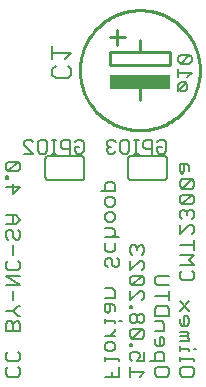
<source format=gbo>
G75*
%MOIN*%
%OFA0B0*%
%FSLAX25Y25*%
%IPPOS*%
%LPD*%
%AMOC8*
5,1,8,0,0,1.08239X$1,22.5*
%
%ADD10C,0.00800*%
%ADD11C,0.00600*%
%ADD12C,0.00500*%
%ADD13C,0.01000*%
%ADD14C,0.00984*%
%ADD15C,0.00700*%
%ADD16R,0.20000X0.05000*%
D10*
X0007973Y0012187D02*
X0007187Y0012973D01*
X0007187Y0014545D01*
X0007973Y0015331D01*
X0007973Y0017263D02*
X0007187Y0018049D01*
X0007187Y0019621D01*
X0007973Y0020406D01*
X0007973Y0017263D02*
X0011117Y0017263D01*
X0011903Y0018049D01*
X0011903Y0019621D01*
X0011117Y0020406D01*
X0011117Y0015331D02*
X0011903Y0014545D01*
X0011903Y0012973D01*
X0011117Y0012187D01*
X0007973Y0012187D01*
X0007187Y0027413D02*
X0007187Y0029771D01*
X0007973Y0030557D01*
X0008759Y0030557D01*
X0009545Y0029771D01*
X0009545Y0027413D01*
X0009545Y0029771D02*
X0010331Y0030557D01*
X0011117Y0030557D01*
X0011903Y0029771D01*
X0011903Y0027413D01*
X0007187Y0027413D01*
X0011117Y0032488D02*
X0009545Y0034060D01*
X0007187Y0034060D01*
X0009545Y0034060D02*
X0011117Y0035632D01*
X0011903Y0035632D01*
X0011903Y0032488D02*
X0011117Y0032488D01*
X0009545Y0037563D02*
X0009545Y0040707D01*
X0007187Y0042639D02*
X0011903Y0042639D01*
X0007187Y0045782D01*
X0011903Y0045782D01*
X0011117Y0047714D02*
X0007973Y0047714D01*
X0007187Y0048500D01*
X0007187Y0050072D01*
X0007973Y0050858D01*
X0009545Y0052789D02*
X0009545Y0055933D01*
X0010331Y0057864D02*
X0009545Y0058650D01*
X0009545Y0060222D01*
X0008759Y0061008D01*
X0007973Y0061008D01*
X0007187Y0060222D01*
X0007187Y0058650D01*
X0007973Y0057864D01*
X0010331Y0057864D02*
X0011117Y0057864D01*
X0011903Y0058650D01*
X0011903Y0060222D01*
X0011117Y0061008D01*
X0010331Y0062939D02*
X0011903Y0064511D01*
X0010331Y0066083D01*
X0007187Y0066083D01*
X0007187Y0062939D02*
X0010331Y0062939D01*
X0009545Y0062939D02*
X0009545Y0066083D01*
X0009545Y0073090D02*
X0009545Y0076234D01*
X0011903Y0075448D02*
X0009545Y0073090D01*
X0007187Y0075448D02*
X0011903Y0075448D01*
X0011117Y0080703D02*
X0011903Y0081489D01*
X0011903Y0083060D01*
X0011117Y0083846D01*
X0007973Y0080703D01*
X0007187Y0081489D01*
X0007187Y0083060D01*
X0007973Y0083846D01*
X0011117Y0083846D01*
X0011117Y0080703D02*
X0007973Y0080703D01*
X0007973Y0078951D02*
X0007187Y0078951D01*
X0007187Y0078165D01*
X0007973Y0078165D01*
X0007973Y0078951D01*
X0011117Y0050858D02*
X0011903Y0050072D01*
X0011903Y0048500D01*
X0011117Y0047714D01*
X0038686Y0073936D02*
X0043402Y0073936D01*
X0043402Y0076294D01*
X0042616Y0077080D01*
X0041044Y0077080D01*
X0040258Y0076294D01*
X0040258Y0073936D01*
X0041044Y0072004D02*
X0040258Y0071218D01*
X0040258Y0069646D01*
X0041044Y0068860D01*
X0042616Y0068860D01*
X0043402Y0069646D01*
X0043402Y0071218D01*
X0042616Y0072004D01*
X0041044Y0072004D01*
X0041044Y0066929D02*
X0040258Y0066143D01*
X0040258Y0064571D01*
X0041044Y0063785D01*
X0042616Y0063785D01*
X0043402Y0064571D01*
X0043402Y0066143D01*
X0042616Y0066929D01*
X0041044Y0066929D01*
X0040258Y0061854D02*
X0042616Y0061854D01*
X0043402Y0061068D01*
X0043402Y0059496D01*
X0042616Y0058710D01*
X0043402Y0056779D02*
X0043402Y0054421D01*
X0042616Y0053635D01*
X0041044Y0053635D01*
X0040258Y0054421D01*
X0040258Y0056779D01*
X0040258Y0058710D02*
X0044974Y0058710D01*
X0048526Y0055147D02*
X0048526Y0053575D01*
X0049312Y0052789D01*
X0048526Y0050858D02*
X0048526Y0047714D01*
X0051670Y0050858D01*
X0052456Y0050858D01*
X0053242Y0050072D01*
X0053242Y0048500D01*
X0052456Y0047714D01*
X0052456Y0045782D02*
X0049312Y0042639D01*
X0048526Y0043425D01*
X0048526Y0044996D01*
X0049312Y0045782D01*
X0052456Y0045782D01*
X0053242Y0044996D01*
X0053242Y0043425D01*
X0052456Y0042639D01*
X0049312Y0042639D01*
X0048526Y0040707D02*
X0048526Y0037563D01*
X0051670Y0040707D01*
X0052456Y0040707D01*
X0053242Y0039921D01*
X0053242Y0038349D01*
X0052456Y0037563D01*
X0052456Y0033094D02*
X0051670Y0033094D01*
X0050884Y0032309D01*
X0050884Y0030737D01*
X0051670Y0029951D01*
X0052456Y0029951D01*
X0053242Y0030737D01*
X0053242Y0032309D01*
X0052456Y0033094D01*
X0050884Y0032309D02*
X0050098Y0033094D01*
X0049312Y0033094D01*
X0048526Y0032309D01*
X0048526Y0030737D01*
X0049312Y0029951D01*
X0050098Y0029951D01*
X0050884Y0030737D01*
X0052456Y0028019D02*
X0049312Y0028019D01*
X0048526Y0027233D01*
X0048526Y0025661D01*
X0049312Y0024875D01*
X0052456Y0028019D01*
X0053242Y0027233D01*
X0053242Y0025661D01*
X0052456Y0024875D01*
X0049312Y0024875D01*
X0049312Y0023124D02*
X0048526Y0023124D01*
X0048526Y0022338D01*
X0049312Y0022338D01*
X0049312Y0023124D01*
X0049312Y0020406D02*
X0048526Y0019621D01*
X0048526Y0018049D01*
X0049312Y0017263D01*
X0048526Y0015331D02*
X0048526Y0012187D01*
X0048526Y0013759D02*
X0053242Y0013759D01*
X0051670Y0012187D01*
X0050884Y0017263D02*
X0051670Y0018835D01*
X0051670Y0019621D01*
X0050884Y0020406D01*
X0049312Y0020406D01*
X0050884Y0017263D02*
X0053242Y0017263D01*
X0053242Y0020406D01*
X0055222Y0017263D02*
X0059938Y0017263D01*
X0059938Y0019621D01*
X0059152Y0020406D01*
X0057580Y0020406D01*
X0056794Y0019621D01*
X0056794Y0017263D01*
X0057580Y0015331D02*
X0060724Y0015331D01*
X0061510Y0014545D01*
X0061510Y0012973D01*
X0060724Y0012187D01*
X0057580Y0012187D01*
X0056794Y0012973D01*
X0056794Y0014545D01*
X0057580Y0015331D01*
X0057580Y0022338D02*
X0056794Y0023124D01*
X0056794Y0024696D01*
X0057580Y0022338D02*
X0059152Y0022338D01*
X0059938Y0023124D01*
X0059938Y0024696D01*
X0059152Y0025482D01*
X0058366Y0025482D01*
X0058366Y0022338D01*
X0056794Y0027413D02*
X0059938Y0027413D01*
X0059938Y0029771D01*
X0059152Y0030557D01*
X0056794Y0030557D01*
X0056794Y0032488D02*
X0056794Y0034846D01*
X0057580Y0035632D01*
X0060724Y0035632D01*
X0061510Y0034846D01*
X0061510Y0032488D01*
X0056794Y0032488D01*
X0056794Y0039135D02*
X0061510Y0039135D01*
X0061510Y0037563D02*
X0061510Y0040707D01*
X0061510Y0042639D02*
X0057580Y0042639D01*
X0056794Y0043425D01*
X0056794Y0044996D01*
X0057580Y0045782D01*
X0061510Y0045782D01*
X0065061Y0045116D02*
X0065061Y0046688D01*
X0065847Y0047474D01*
X0065061Y0049406D02*
X0069777Y0049406D01*
X0068205Y0050977D01*
X0069777Y0052549D01*
X0065061Y0052549D01*
X0065061Y0056053D02*
X0069777Y0056053D01*
X0069777Y0054481D02*
X0069777Y0057625D01*
X0068991Y0059556D02*
X0069777Y0060342D01*
X0069777Y0061914D01*
X0068991Y0062700D01*
X0068205Y0062700D01*
X0065061Y0059556D01*
X0065061Y0062700D01*
X0065847Y0064631D02*
X0065061Y0065417D01*
X0065061Y0066989D01*
X0065847Y0067775D01*
X0066633Y0067775D01*
X0067419Y0066989D01*
X0067419Y0066203D01*
X0067419Y0066989D02*
X0068205Y0067775D01*
X0068991Y0067775D01*
X0069777Y0066989D01*
X0069777Y0065417D01*
X0068991Y0064631D01*
X0068991Y0069706D02*
X0069777Y0070492D01*
X0069777Y0072064D01*
X0068991Y0072850D01*
X0065847Y0069706D01*
X0065061Y0070492D01*
X0065061Y0072064D01*
X0065847Y0072850D01*
X0068991Y0072850D01*
X0068991Y0074781D02*
X0069777Y0075567D01*
X0069777Y0077139D01*
X0068991Y0077925D01*
X0065847Y0074781D01*
X0065061Y0075567D01*
X0065061Y0077139D01*
X0065847Y0077925D01*
X0068991Y0077925D01*
X0068205Y0080643D02*
X0068205Y0082215D01*
X0067419Y0083001D01*
X0065061Y0083001D01*
X0065061Y0080643D01*
X0065847Y0079857D01*
X0066633Y0080643D01*
X0066633Y0083001D01*
X0065847Y0074781D02*
X0068991Y0074781D01*
X0068991Y0069706D02*
X0065847Y0069706D01*
X0068991Y0047474D02*
X0069777Y0046688D01*
X0069777Y0045116D01*
X0068991Y0044330D01*
X0065847Y0044330D01*
X0065061Y0045116D01*
X0065061Y0037324D02*
X0068205Y0034180D01*
X0067419Y0032249D02*
X0066633Y0032249D01*
X0066633Y0029105D01*
X0065847Y0029105D02*
X0067419Y0029105D01*
X0068205Y0029891D01*
X0068205Y0031463D01*
X0067419Y0032249D01*
X0065061Y0029891D02*
X0065847Y0029105D01*
X0065061Y0029891D02*
X0065061Y0031463D01*
X0065061Y0034180D02*
X0068205Y0037324D01*
X0067419Y0027173D02*
X0065061Y0027173D01*
X0065061Y0025601D02*
X0067419Y0025601D01*
X0068205Y0026387D01*
X0067419Y0027173D01*
X0067419Y0025601D02*
X0068205Y0024815D01*
X0068205Y0024030D01*
X0065061Y0024030D01*
X0065061Y0022218D02*
X0065061Y0020646D01*
X0065061Y0021432D02*
X0068205Y0021432D01*
X0068205Y0020646D01*
X0069777Y0021432D02*
X0070563Y0021432D01*
X0069777Y0018049D02*
X0065061Y0018049D01*
X0065061Y0017263D02*
X0065061Y0018835D01*
X0065847Y0015331D02*
X0068991Y0015331D01*
X0069777Y0014545D01*
X0069777Y0012973D01*
X0068991Y0012187D01*
X0065847Y0012187D01*
X0065061Y0012973D01*
X0065061Y0014545D01*
X0065847Y0015331D01*
X0069777Y0017263D02*
X0069777Y0018049D01*
X0052456Y0052789D02*
X0053242Y0053575D01*
X0053242Y0055147D01*
X0052456Y0055933D01*
X0051670Y0055933D01*
X0050884Y0055147D01*
X0050098Y0055933D01*
X0049312Y0055933D01*
X0048526Y0055147D01*
X0050884Y0055147D02*
X0050884Y0054361D01*
X0044974Y0050918D02*
X0044974Y0049346D01*
X0044188Y0048560D01*
X0043402Y0048560D01*
X0042616Y0049346D01*
X0042616Y0050918D01*
X0041830Y0051704D01*
X0041044Y0051704D01*
X0040258Y0050918D01*
X0040258Y0049346D01*
X0041044Y0048560D01*
X0044188Y0051704D02*
X0044974Y0050918D01*
X0042616Y0041553D02*
X0040258Y0041553D01*
X0040258Y0038409D02*
X0043402Y0038409D01*
X0043402Y0040767D01*
X0042616Y0041553D01*
X0042616Y0036478D02*
X0040258Y0036478D01*
X0040258Y0034120D01*
X0041044Y0033334D01*
X0041830Y0034120D01*
X0041830Y0036478D01*
X0042616Y0036478D02*
X0043402Y0035692D01*
X0043402Y0034120D01*
X0043402Y0030737D02*
X0040258Y0030737D01*
X0040258Y0029951D02*
X0040258Y0031523D01*
X0043402Y0027293D02*
X0041830Y0025721D01*
X0041044Y0023790D02*
X0042616Y0023790D01*
X0043402Y0023004D01*
X0043402Y0021432D01*
X0042616Y0020646D01*
X0041044Y0020646D01*
X0040258Y0021432D01*
X0040258Y0023004D01*
X0041044Y0023790D01*
X0040258Y0025721D02*
X0043402Y0025721D01*
X0043402Y0027293D02*
X0043402Y0028079D01*
X0043402Y0029951D02*
X0043402Y0030737D01*
X0044974Y0030737D02*
X0045760Y0030737D01*
X0048526Y0035026D02*
X0048526Y0035812D01*
X0049312Y0035812D01*
X0049312Y0035026D01*
X0048526Y0035026D01*
X0044974Y0018049D02*
X0040258Y0018049D01*
X0040258Y0017263D02*
X0040258Y0018835D01*
X0042616Y0013759D02*
X0042616Y0012187D01*
X0040258Y0012187D02*
X0044974Y0012187D01*
X0044974Y0015331D01*
X0044974Y0017263D02*
X0044974Y0018049D01*
D11*
X0048787Y0077787D02*
X0059787Y0077787D01*
X0059847Y0077789D01*
X0059908Y0077794D01*
X0059967Y0077803D01*
X0060026Y0077816D01*
X0060085Y0077832D01*
X0060142Y0077852D01*
X0060197Y0077875D01*
X0060252Y0077902D01*
X0060304Y0077931D01*
X0060355Y0077964D01*
X0060404Y0078000D01*
X0060450Y0078038D01*
X0060494Y0078080D01*
X0060536Y0078124D01*
X0060574Y0078170D01*
X0060610Y0078219D01*
X0060643Y0078270D01*
X0060672Y0078322D01*
X0060699Y0078377D01*
X0060722Y0078432D01*
X0060742Y0078489D01*
X0060758Y0078548D01*
X0060771Y0078607D01*
X0060780Y0078666D01*
X0060785Y0078727D01*
X0060787Y0078787D01*
X0060787Y0084787D01*
X0060785Y0084847D01*
X0060780Y0084908D01*
X0060771Y0084967D01*
X0060758Y0085026D01*
X0060742Y0085085D01*
X0060722Y0085142D01*
X0060699Y0085197D01*
X0060672Y0085252D01*
X0060643Y0085304D01*
X0060610Y0085355D01*
X0060574Y0085404D01*
X0060536Y0085450D01*
X0060494Y0085494D01*
X0060450Y0085536D01*
X0060404Y0085574D01*
X0060355Y0085610D01*
X0060304Y0085643D01*
X0060252Y0085672D01*
X0060197Y0085699D01*
X0060142Y0085722D01*
X0060085Y0085742D01*
X0060026Y0085758D01*
X0059967Y0085771D01*
X0059908Y0085780D01*
X0059847Y0085785D01*
X0059787Y0085787D01*
X0048787Y0085787D01*
X0048727Y0085785D01*
X0048666Y0085780D01*
X0048607Y0085771D01*
X0048548Y0085758D01*
X0048489Y0085742D01*
X0048432Y0085722D01*
X0048377Y0085699D01*
X0048322Y0085672D01*
X0048270Y0085643D01*
X0048219Y0085610D01*
X0048170Y0085574D01*
X0048124Y0085536D01*
X0048080Y0085494D01*
X0048038Y0085450D01*
X0048000Y0085404D01*
X0047964Y0085355D01*
X0047931Y0085304D01*
X0047902Y0085252D01*
X0047875Y0085197D01*
X0047852Y0085142D01*
X0047832Y0085085D01*
X0047816Y0085026D01*
X0047803Y0084967D01*
X0047794Y0084908D01*
X0047789Y0084847D01*
X0047787Y0084787D01*
X0047787Y0078787D01*
X0047789Y0078727D01*
X0047794Y0078666D01*
X0047803Y0078607D01*
X0047816Y0078548D01*
X0047832Y0078489D01*
X0047852Y0078432D01*
X0047875Y0078377D01*
X0047902Y0078322D01*
X0047931Y0078270D01*
X0047964Y0078219D01*
X0048000Y0078170D01*
X0048038Y0078124D01*
X0048080Y0078080D01*
X0048124Y0078038D01*
X0048170Y0078000D01*
X0048219Y0077964D01*
X0048270Y0077931D01*
X0048322Y0077902D01*
X0048377Y0077875D01*
X0048432Y0077852D01*
X0048489Y0077832D01*
X0048548Y0077816D01*
X0048607Y0077803D01*
X0048666Y0077794D01*
X0048727Y0077789D01*
X0048787Y0077787D01*
X0033287Y0078787D02*
X0033287Y0084787D01*
X0033285Y0084847D01*
X0033280Y0084908D01*
X0033271Y0084967D01*
X0033258Y0085026D01*
X0033242Y0085085D01*
X0033222Y0085142D01*
X0033199Y0085197D01*
X0033172Y0085252D01*
X0033143Y0085304D01*
X0033110Y0085355D01*
X0033074Y0085404D01*
X0033036Y0085450D01*
X0032994Y0085494D01*
X0032950Y0085536D01*
X0032904Y0085574D01*
X0032855Y0085610D01*
X0032804Y0085643D01*
X0032752Y0085672D01*
X0032697Y0085699D01*
X0032642Y0085722D01*
X0032585Y0085742D01*
X0032526Y0085758D01*
X0032467Y0085771D01*
X0032408Y0085780D01*
X0032347Y0085785D01*
X0032287Y0085787D01*
X0021287Y0085787D01*
X0021227Y0085785D01*
X0021166Y0085780D01*
X0021107Y0085771D01*
X0021048Y0085758D01*
X0020989Y0085742D01*
X0020932Y0085722D01*
X0020877Y0085699D01*
X0020822Y0085672D01*
X0020770Y0085643D01*
X0020719Y0085610D01*
X0020670Y0085574D01*
X0020624Y0085536D01*
X0020580Y0085494D01*
X0020538Y0085450D01*
X0020500Y0085404D01*
X0020464Y0085355D01*
X0020431Y0085304D01*
X0020402Y0085252D01*
X0020375Y0085197D01*
X0020352Y0085142D01*
X0020332Y0085085D01*
X0020316Y0085026D01*
X0020303Y0084967D01*
X0020294Y0084908D01*
X0020289Y0084847D01*
X0020287Y0084787D01*
X0020287Y0078787D01*
X0020289Y0078727D01*
X0020294Y0078666D01*
X0020303Y0078607D01*
X0020316Y0078548D01*
X0020332Y0078489D01*
X0020352Y0078432D01*
X0020375Y0078377D01*
X0020402Y0078322D01*
X0020431Y0078270D01*
X0020464Y0078219D01*
X0020500Y0078170D01*
X0020538Y0078124D01*
X0020580Y0078080D01*
X0020624Y0078038D01*
X0020670Y0078000D01*
X0020719Y0077964D01*
X0020770Y0077931D01*
X0020822Y0077902D01*
X0020877Y0077875D01*
X0020932Y0077852D01*
X0020989Y0077832D01*
X0021048Y0077816D01*
X0021107Y0077803D01*
X0021166Y0077794D01*
X0021227Y0077789D01*
X0021287Y0077787D01*
X0032287Y0077787D01*
X0032347Y0077789D01*
X0032408Y0077794D01*
X0032467Y0077803D01*
X0032526Y0077816D01*
X0032585Y0077832D01*
X0032642Y0077852D01*
X0032697Y0077875D01*
X0032752Y0077902D01*
X0032804Y0077931D01*
X0032855Y0077964D01*
X0032904Y0078000D01*
X0032950Y0078038D01*
X0032994Y0078080D01*
X0033036Y0078124D01*
X0033074Y0078170D01*
X0033110Y0078219D01*
X0033143Y0078270D01*
X0033172Y0078322D01*
X0033199Y0078377D01*
X0033222Y0078432D01*
X0033242Y0078489D01*
X0033258Y0078548D01*
X0033271Y0078607D01*
X0033280Y0078666D01*
X0033285Y0078727D01*
X0033287Y0078787D01*
X0064587Y0107276D02*
X0067523Y0110211D01*
X0066789Y0110211D02*
X0067523Y0109477D01*
X0067523Y0108010D01*
X0066789Y0107276D01*
X0065321Y0107276D01*
X0064587Y0108010D01*
X0064587Y0109477D01*
X0065321Y0110211D01*
X0066789Y0110211D01*
X0067523Y0111880D02*
X0068991Y0113347D01*
X0064587Y0113347D01*
X0064587Y0111880D02*
X0064587Y0114815D01*
X0065321Y0116483D02*
X0064587Y0117217D01*
X0064587Y0118685D01*
X0065321Y0119419D01*
X0068257Y0119419D01*
X0065321Y0116483D01*
X0068257Y0116483D01*
X0068991Y0117217D01*
X0068991Y0118685D01*
X0068257Y0119419D01*
D12*
X0059787Y0091041D02*
X0058285Y0091041D01*
X0057535Y0090291D01*
X0057535Y0088789D02*
X0059036Y0088789D01*
X0057535Y0087288D02*
X0058285Y0086537D01*
X0059787Y0086537D01*
X0060537Y0087288D01*
X0060537Y0090291D01*
X0059787Y0091041D01*
X0057535Y0088789D02*
X0057535Y0087288D01*
X0055933Y0086537D02*
X0055933Y0091041D01*
X0053682Y0091041D01*
X0052931Y0090291D01*
X0052931Y0088789D01*
X0053682Y0088039D01*
X0055933Y0088039D01*
X0051330Y0086537D02*
X0049828Y0086537D01*
X0050579Y0086537D02*
X0050579Y0091041D01*
X0051330Y0091041D02*
X0049828Y0091041D01*
X0048260Y0090291D02*
X0048260Y0087288D01*
X0047510Y0086537D01*
X0046008Y0086537D01*
X0045258Y0087288D01*
X0045258Y0090291D01*
X0046008Y0091041D01*
X0047510Y0091041D01*
X0048260Y0090291D01*
X0043656Y0090291D02*
X0042906Y0091041D01*
X0041404Y0091041D01*
X0040654Y0090291D01*
X0040654Y0089540D01*
X0041404Y0088789D01*
X0040654Y0088039D01*
X0040654Y0087288D01*
X0041404Y0086537D01*
X0042906Y0086537D01*
X0043656Y0087288D01*
X0042155Y0088789D02*
X0041404Y0088789D01*
X0033037Y0087288D02*
X0032287Y0086537D01*
X0030785Y0086537D01*
X0030035Y0087288D01*
X0030035Y0088789D01*
X0031536Y0088789D01*
X0033037Y0087288D02*
X0033037Y0090291D01*
X0032287Y0091041D01*
X0030785Y0091041D01*
X0030035Y0090291D01*
X0028433Y0091041D02*
X0028433Y0086537D01*
X0028433Y0088039D02*
X0026182Y0088039D01*
X0025431Y0088789D01*
X0025431Y0090291D01*
X0026182Y0091041D01*
X0028433Y0091041D01*
X0023830Y0091041D02*
X0022328Y0091041D01*
X0023079Y0091041D02*
X0023079Y0086537D01*
X0023830Y0086537D02*
X0022328Y0086537D01*
X0020760Y0087288D02*
X0020760Y0090291D01*
X0020010Y0091041D01*
X0018508Y0091041D01*
X0017758Y0090291D01*
X0017758Y0087288D01*
X0018508Y0086537D01*
X0020010Y0086537D01*
X0020760Y0087288D01*
X0016156Y0086537D02*
X0013154Y0089540D01*
X0013154Y0090291D01*
X0013904Y0091041D01*
X0015406Y0091041D01*
X0016156Y0090291D01*
X0016156Y0086537D02*
X0013154Y0086537D01*
D13*
X0041787Y0115987D02*
X0061787Y0115987D01*
X0061787Y0120487D01*
X0051787Y0120487D01*
X0041787Y0120487D01*
X0041787Y0115987D01*
X0044287Y0122787D02*
X0044287Y0127787D01*
X0041787Y0125287D02*
X0046787Y0125287D01*
X0051787Y0124287D02*
X0051787Y0120487D01*
X0051787Y0111787D02*
X0051787Y0104287D01*
D14*
X0031787Y0114287D02*
X0031793Y0114778D01*
X0031811Y0115268D01*
X0031841Y0115758D01*
X0031883Y0116247D01*
X0031937Y0116735D01*
X0032003Y0117222D01*
X0032081Y0117706D01*
X0032171Y0118189D01*
X0032273Y0118669D01*
X0032386Y0119147D01*
X0032511Y0119621D01*
X0032648Y0120093D01*
X0032796Y0120561D01*
X0032956Y0121025D01*
X0033127Y0121485D01*
X0033309Y0121941D01*
X0033503Y0122392D01*
X0033707Y0122838D01*
X0033923Y0123279D01*
X0034149Y0123715D01*
X0034385Y0124145D01*
X0034632Y0124569D01*
X0034890Y0124987D01*
X0035158Y0125398D01*
X0035435Y0125803D01*
X0035723Y0126201D01*
X0036020Y0126592D01*
X0036327Y0126975D01*
X0036643Y0127350D01*
X0036968Y0127718D01*
X0037302Y0128078D01*
X0037645Y0128429D01*
X0037996Y0128772D01*
X0038356Y0129106D01*
X0038724Y0129431D01*
X0039099Y0129747D01*
X0039482Y0130054D01*
X0039873Y0130351D01*
X0040271Y0130639D01*
X0040676Y0130916D01*
X0041087Y0131184D01*
X0041505Y0131442D01*
X0041929Y0131689D01*
X0042359Y0131925D01*
X0042795Y0132151D01*
X0043236Y0132367D01*
X0043682Y0132571D01*
X0044133Y0132765D01*
X0044589Y0132947D01*
X0045049Y0133118D01*
X0045513Y0133278D01*
X0045981Y0133426D01*
X0046453Y0133563D01*
X0046927Y0133688D01*
X0047405Y0133801D01*
X0047885Y0133903D01*
X0048368Y0133993D01*
X0048852Y0134071D01*
X0049339Y0134137D01*
X0049827Y0134191D01*
X0050316Y0134233D01*
X0050806Y0134263D01*
X0051296Y0134281D01*
X0051787Y0134287D01*
X0052278Y0134281D01*
X0052768Y0134263D01*
X0053258Y0134233D01*
X0053747Y0134191D01*
X0054235Y0134137D01*
X0054722Y0134071D01*
X0055206Y0133993D01*
X0055689Y0133903D01*
X0056169Y0133801D01*
X0056647Y0133688D01*
X0057121Y0133563D01*
X0057593Y0133426D01*
X0058061Y0133278D01*
X0058525Y0133118D01*
X0058985Y0132947D01*
X0059441Y0132765D01*
X0059892Y0132571D01*
X0060338Y0132367D01*
X0060779Y0132151D01*
X0061215Y0131925D01*
X0061645Y0131689D01*
X0062069Y0131442D01*
X0062487Y0131184D01*
X0062898Y0130916D01*
X0063303Y0130639D01*
X0063701Y0130351D01*
X0064092Y0130054D01*
X0064475Y0129747D01*
X0064850Y0129431D01*
X0065218Y0129106D01*
X0065578Y0128772D01*
X0065929Y0128429D01*
X0066272Y0128078D01*
X0066606Y0127718D01*
X0066931Y0127350D01*
X0067247Y0126975D01*
X0067554Y0126592D01*
X0067851Y0126201D01*
X0068139Y0125803D01*
X0068416Y0125398D01*
X0068684Y0124987D01*
X0068942Y0124569D01*
X0069189Y0124145D01*
X0069425Y0123715D01*
X0069651Y0123279D01*
X0069867Y0122838D01*
X0070071Y0122392D01*
X0070265Y0121941D01*
X0070447Y0121485D01*
X0070618Y0121025D01*
X0070778Y0120561D01*
X0070926Y0120093D01*
X0071063Y0119621D01*
X0071188Y0119147D01*
X0071301Y0118669D01*
X0071403Y0118189D01*
X0071493Y0117706D01*
X0071571Y0117222D01*
X0071637Y0116735D01*
X0071691Y0116247D01*
X0071733Y0115758D01*
X0071763Y0115268D01*
X0071781Y0114778D01*
X0071787Y0114287D01*
X0071781Y0113796D01*
X0071763Y0113306D01*
X0071733Y0112816D01*
X0071691Y0112327D01*
X0071637Y0111839D01*
X0071571Y0111352D01*
X0071493Y0110868D01*
X0071403Y0110385D01*
X0071301Y0109905D01*
X0071188Y0109427D01*
X0071063Y0108953D01*
X0070926Y0108481D01*
X0070778Y0108013D01*
X0070618Y0107549D01*
X0070447Y0107089D01*
X0070265Y0106633D01*
X0070071Y0106182D01*
X0069867Y0105736D01*
X0069651Y0105295D01*
X0069425Y0104859D01*
X0069189Y0104429D01*
X0068942Y0104005D01*
X0068684Y0103587D01*
X0068416Y0103176D01*
X0068139Y0102771D01*
X0067851Y0102373D01*
X0067554Y0101982D01*
X0067247Y0101599D01*
X0066931Y0101224D01*
X0066606Y0100856D01*
X0066272Y0100496D01*
X0065929Y0100145D01*
X0065578Y0099802D01*
X0065218Y0099468D01*
X0064850Y0099143D01*
X0064475Y0098827D01*
X0064092Y0098520D01*
X0063701Y0098223D01*
X0063303Y0097935D01*
X0062898Y0097658D01*
X0062487Y0097390D01*
X0062069Y0097132D01*
X0061645Y0096885D01*
X0061215Y0096649D01*
X0060779Y0096423D01*
X0060338Y0096207D01*
X0059892Y0096003D01*
X0059441Y0095809D01*
X0058985Y0095627D01*
X0058525Y0095456D01*
X0058061Y0095296D01*
X0057593Y0095148D01*
X0057121Y0095011D01*
X0056647Y0094886D01*
X0056169Y0094773D01*
X0055689Y0094671D01*
X0055206Y0094581D01*
X0054722Y0094503D01*
X0054235Y0094437D01*
X0053747Y0094383D01*
X0053258Y0094341D01*
X0052768Y0094311D01*
X0052278Y0094293D01*
X0051787Y0094287D01*
X0051296Y0094293D01*
X0050806Y0094311D01*
X0050316Y0094341D01*
X0049827Y0094383D01*
X0049339Y0094437D01*
X0048852Y0094503D01*
X0048368Y0094581D01*
X0047885Y0094671D01*
X0047405Y0094773D01*
X0046927Y0094886D01*
X0046453Y0095011D01*
X0045981Y0095148D01*
X0045513Y0095296D01*
X0045049Y0095456D01*
X0044589Y0095627D01*
X0044133Y0095809D01*
X0043682Y0096003D01*
X0043236Y0096207D01*
X0042795Y0096423D01*
X0042359Y0096649D01*
X0041929Y0096885D01*
X0041505Y0097132D01*
X0041087Y0097390D01*
X0040676Y0097658D01*
X0040271Y0097935D01*
X0039873Y0098223D01*
X0039482Y0098520D01*
X0039099Y0098827D01*
X0038724Y0099143D01*
X0038356Y0099468D01*
X0037996Y0099802D01*
X0037645Y0100145D01*
X0037302Y0100496D01*
X0036968Y0100856D01*
X0036643Y0101224D01*
X0036327Y0101599D01*
X0036020Y0101982D01*
X0035723Y0102373D01*
X0035435Y0102771D01*
X0035158Y0103176D01*
X0034890Y0103587D01*
X0034632Y0104005D01*
X0034385Y0104429D01*
X0034149Y0104859D01*
X0033923Y0105295D01*
X0033707Y0105736D01*
X0033503Y0106182D01*
X0033309Y0106633D01*
X0033127Y0107089D01*
X0032956Y0107549D01*
X0032796Y0108013D01*
X0032648Y0108481D01*
X0032511Y0108953D01*
X0032386Y0109427D01*
X0032273Y0109905D01*
X0032171Y0110385D01*
X0032081Y0110868D01*
X0032003Y0111352D01*
X0031937Y0111839D01*
X0031883Y0112327D01*
X0031841Y0112816D01*
X0031811Y0113306D01*
X0031793Y0113796D01*
X0031787Y0114287D01*
D15*
X0028943Y0114799D02*
X0028943Y0112697D01*
X0027892Y0111646D01*
X0023688Y0111646D01*
X0022637Y0112697D01*
X0022637Y0114799D01*
X0023688Y0115850D01*
X0022637Y0118092D02*
X0022637Y0122295D01*
X0022637Y0120194D02*
X0028943Y0120194D01*
X0026841Y0118092D01*
X0027892Y0115850D02*
X0028943Y0114799D01*
D16*
X0051787Y0110487D03*
M02*

</source>
